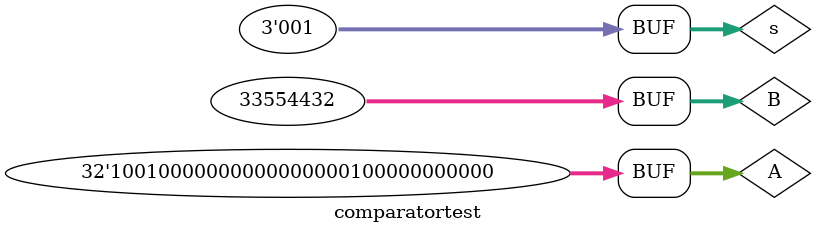
<source format=v>
`timescale 1ns / 1ps


module comparatortest;

	// Inputs
	reg [31:0] A;
	reg [31:0] B;
	reg [2:0] s;

	// Outputs
	wire out;

	// Instantiate the Unit Under Test (UUT)
	comparator uut (
		.A(A), 
		.B(B), 
		.s(s), 
		.out(out)
	);

	initial begin
		// Initialize Inputs
		A = 32'b1001_0000_0000_0000_0000_1000_0000_0000;
		B = 32'b0000_0010_0000_0000_0000_0000_0000_0000;
		s = 3'b001;

		// Wait 100 ns for global reset to finish
		#100;
        
		// Add stimulus here

	end
      
endmodule


</source>
